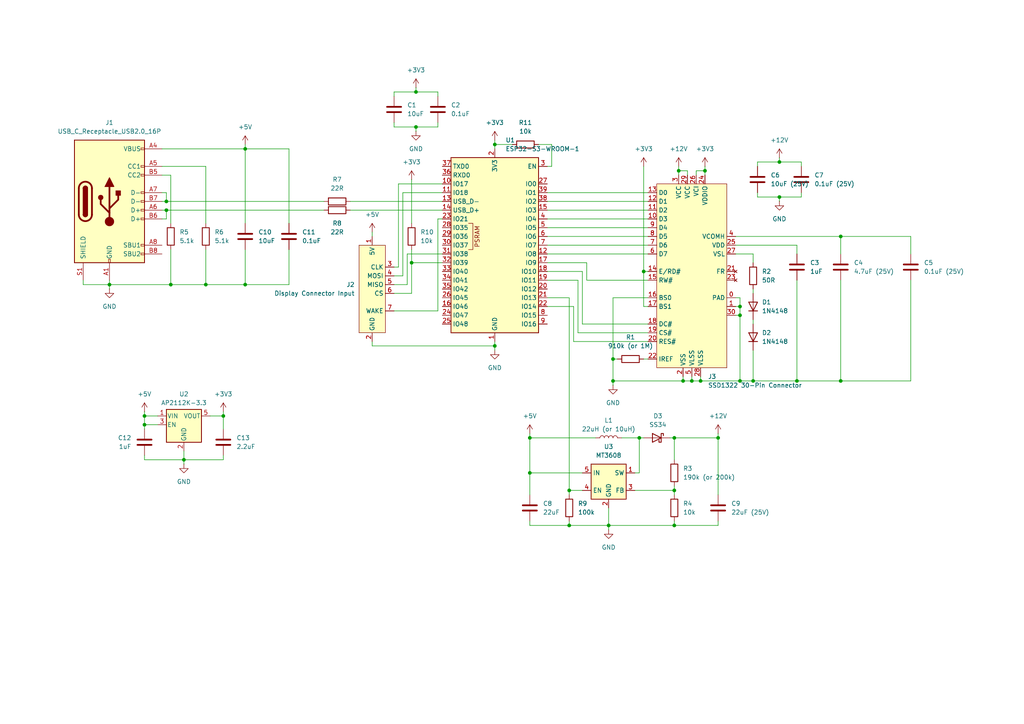
<source format=kicad_sch>
(kicad_sch (version 20250114) (generator "eeschema") (generator_version "9.0")
  (paper "A4")
  (lib_symbols
    (symbol "Connector:USB_C_Receptacle_USB2.0_16P" (pin_names (offset 1.016))
      (property "Reference" "J" (at 0 22.225 0))
      (property "Value" "USB_C_Receptacle_USB2.0_16P" (at 0 19.685 0))
      (symbol "USB_C_Receptacle_USB2.0_16P_0_0"
        (rectangle (start -0.254 -17.78) (end 0.254 -16.764))
        (rectangle (start 10.16 15.494) (end 9.144 14.986))
        (rectangle (start 10.16 10.414) (end 9.144 9.906))
        (rectangle (start 10.16 7.874) (end 9.144 7.366))
        (rectangle (start 10.16 2.794) (end 9.144 2.286))
        (rectangle (start 10.16 0.254) (end 9.144 -0.254))
        (rectangle (start 10.16 -2.286) (end 9.144 -2.794))
        (rectangle (start 10.16 -4.826) (end 9.144 -5.334))
        (rectangle (start 10.16 -12.446) (end 9.144 -12.954))
        (rectangle (start 10.16 -14.986) (end 9.144 -15.494))
      )
      (symbol "USB_C_Receptacle_USB2.0_16P_0_1"
        (rectangle (start -10.16 17.78) (end 10.16 -17.78) (stroke (width 0.254)) (fill (type background)))
        (polyline (pts (xy -8.89 -3.81) (xy -8.89 3.81)) (stroke (width 0.508)))
        (rectangle (start -7.62 -3.81) (end -6.35 3.81) (stroke (width 0.254)) (fill (type outline)))
        (arc (start -7.62 3.81) (mid -6.985 4.4423) (end -6.35 3.81) (stroke (width 0.254)))
        (arc (start -7.62 3.81) (mid -6.985 4.4423) (end -6.35 3.81) (stroke (width 0.254)) (fill (type outline)))
        (arc (start -8.89 3.81) (mid -6.985 5.7067) (end -5.08 3.81) (stroke (width 0.508)))
        (arc (start -5.08 -3.81) (mid -6.985 -5.7067) (end -8.89 -3.81) (stroke (width 0.508)))
        (arc (start -6.35 -3.81) (mid -6.985 -4.4423) (end -7.62 -3.81) (stroke (width 0.254)))
        (arc (start -6.35 -3.81) (mid -6.985 -4.4423) (end -7.62 -3.81) (stroke (width 0.254)) (fill (type outline)))
        (polyline (pts (xy -5.08 3.81) (xy -5.08 -3.81)) (stroke (width 0.508)))
        (circle (center -2.54 1.143) (radius 0.635) (stroke (width 0.254)) (fill (type outline)))
        (polyline (pts (xy -1.27 4.318) (xy 0 6.858) (xy 1.27 4.318) (xy -1.27 4.318)) (stroke (width 0.254)) (fill (type outline)))
        (polyline (pts (xy 0 -2.032) (xy 2.54 0.508) (xy 2.54 1.778)) (stroke (width 0.508)))
        (polyline (pts (xy 0 -3.302) (xy -2.54 -0.762) (xy -2.54 0.508)) (stroke (width 0.508)))
        (polyline (pts (xy 0 -5.842) (xy 0 4.318)) (stroke (width 0.508)))
        (circle (center 0 -5.842) (radius 1.27) (fill (type outline)))
        (rectangle (start 1.905 1.778) (end 3.175 3.048) (stroke (width 0.254)) (fill (type outline)))
      )
      (symbol "USB_C_Receptacle_USB2.0_16P_1_1"
        (pin passive line (at -7.62 -22.86 90) (length 5.08) (name "SHIELD") (number "S1"))
        (pin passive line (at 0 -22.86 90) (length 5.08) (name "GND") (number "A1"))
        (pin passive line (at 0 -22.86 90) (length 5.08) (hide yes) (name "GND") (number "A12"))
        (pin passive line (at 0 -22.86 90) (length 5.08) (hide yes) (name "GND") (number "B1"))
        (pin passive line (at 0 -22.86 90) (length 5.08) (hide yes) (name "GND") (number "B12"))
        (pin passive line (at 15.24 15.24 180) (length 5.08) (name "VBUS") (number "A4"))
        (pin passive line (at 15.24 15.24 180) (length 5.08) (hide yes) (name "VBUS") (number "A9"))
        (pin passive line (at 15.24 15.24 180) (length 5.08) (hide yes) (name "VBUS") (number "B4"))
        (pin passive line (at 15.24 15.24 180) (length 5.08) (hide yes) (name "VBUS") (number "B9"))
        (pin bidirectional line (at 15.24 10.16 180) (length 5.08) (name "CC1") (number "A5"))
        (pin bidirectional line (at 15.24 7.62 180) (length 5.08) (name "CC2") (number "B5"))
        (pin bidirectional line (at 15.24 2.54 180) (length 5.08) (name "D-") (number "A7"))
        (pin bidirectional line (at 15.24 0 180) (length 5.08) (name "D-") (number "B7"))
        (pin bidirectional line (at 15.24 -2.54 180) (length 5.08) (name "D+") (number "A6"))
        (pin bidirectional line (at 15.24 -5.08 180) (length 5.08) (name "D+") (number "B6"))
        (pin bidirectional line (at 15.24 -12.7 180) (length 5.08) (name "SBU1") (number "A8"))
        (pin bidirectional line (at 15.24 -15.24 180) (length 5.08) (name "SBU2") (number "B8"))
      )
    )
    (symbol "Data Connector:Display_Connector_Input"
      (property "Reference" "J" (at 4.318 11.684 0))
      (property "Value" "Display Connector Input" (at 4.318 9.652 0))
      (symbol "Display_Connector_Input_0_0"
        (pin power_out line (at 0 15.24 270) (length 2.54) (name "5V") (number "1"))
        (pin power_out line (at 0 -15.24 90) (length 2.54) (name "GND") (number "2"))
        (pin output line (at 6.35 6.35 180) (length 2.54) (name "CLK") (number "3"))
        (pin output line (at 6.35 3.81 180) (length 2.54) (name "MOSI") (number "4"))
        (pin input line (at 6.35 1.27 180) (length 2.54) (name "MISO") (number "5"))
        (pin output line (at 6.35 -1.27 180) (length 2.54) (name "CS") (number "6"))
        (pin output line (at 6.35 -6.35 180) (length 2.54) (name "WAKE") (number "7"))
      )
      (symbol "Display_Connector_Input_1_1"
        (rectangle (start -3.81 12.7) (end 3.81 -12.7) (fill (type background)))
      )
    )
    (symbol "Device:C" (pin_numbers (hide yes)) (pin_names (offset 0.254))
      (property "Reference" "C" (at 0.635 2.54 0))
      (property "Value" "C" (at 0.635 -2.54 0))
      (symbol "C_0_1"
        (polyline (pts (xy -2.032 0.762) (xy 2.032 0.762)) (stroke (width 0.508)))
        (polyline (pts (xy -2.032 -0.762) (xy 2.032 -0.762)) (stroke (width 0.508)))
      )
      (symbol "C_1_1"
        (pin passive line (at 0 3.81 270) (length 2.794) (name "~") (number "1"))
        (pin passive line (at 0 -3.81 90) (length 2.794) (name "~") (number "2"))
      )
    )
    (symbol "Device:L" (pin_numbers (hide yes)) (pin_names (offset 1.016) (hide yes))
      (property "Reference" "L" (at -1.27 0 90))
      (property "Value" "L" (at 1.905 0 90))
      (symbol "L_0_1"
        (arc (start 0 2.54) (mid 0.6323 1.905) (end 0 1.27))
        (arc (start 0 1.27) (mid 0.6323 0.635) (end 0 0))
        (arc (start 0 0) (mid 0.6323 -0.635) (end 0 -1.27))
        (arc (start 0 -1.27) (mid 0.6323 -1.905) (end 0 -2.54))
      )
      (symbol "L_1_1"
        (pin passive line (at 0 3.81 270) (length 1.27) (name "1") (number "1"))
        (pin passive line (at 0 -3.81 90) (length 1.27) (name "2") (number "2"))
      )
    )
    (symbol "Device:R" (pin_numbers (hide yes)) (pin_names (offset 0))
      (property "Reference" "R" (at 2.032 0 90))
      (property "Value" "R" (at 0 0 90))
      (symbol "R_0_1"
        (rectangle (start -1.016 -2.54) (end 1.016 2.54) (stroke (width 0.254)))
      )
      (symbol "R_1_1"
        (pin passive line (at 0 3.81 270) (length 1.27) (name "~") (number "1"))
        (pin passive line (at 0 -3.81 90) (length 1.27) (name "~") (number "2"))
      )
    )
    (symbol "Diode:1N4148" (pin_numbers (hide yes)) (pin_names (hide yes))
      (property "Reference" "D" (at 0 2.54 0))
      (property "Value" "1N4148" (at 0 -2.54 0))
      (symbol "1N4148_0_1"
        (polyline (pts (xy -1.27 1.27) (xy -1.27 -1.27)) (stroke (width 0.254)))
        (polyline (pts (xy 1.27 1.27) (xy 1.27 -1.27) (xy -1.27 0) (xy 1.27 1.27)) (stroke (width 0.254)))
        (polyline (pts (xy 1.27 0) (xy -1.27 0)))
      )
      (symbol "1N4148_1_1"
        (pin passive line (at -3.81 0 0) (length 2.54) (name "K") (number "1"))
        (pin passive line (at 3.81 0 180) (length 2.54) (name "A") (number "2"))
      )
    )
    (symbol "Diode:SS34" (pin_numbers (hide yes)) (pin_names (offset 1.016) (hide yes))
      (property "Reference" "D" (at 0 2.54 0))
      (property "Value" "SS34" (at 0 -2.54 0))
      (symbol "SS34_0_1"
        (polyline (pts (xy -1.905 0.635) (xy -1.905 1.27) (xy -1.27 1.27) (xy -1.27 -1.27) (xy -0.635 -1.27) (xy -0.635 -0.635)) (stroke (width 0.254)))
        (polyline (pts (xy 1.27 1.27) (xy 1.27 -1.27) (xy -1.27 0) (xy 1.27 1.27)) (stroke (width 0.254)))
        (polyline (pts (xy 1.27 0) (xy -1.27 0)))
      )
      (symbol "SS34_1_1"
        (pin passive line (at -3.81 0 0) (length 2.54) (name "K") (number "1"))
        (pin passive line (at 3.81 0 180) (length 2.54) (name "A") (number "2"))
      )
    )
    (symbol "RF_Module:ESP32-S3-WROOM-1"
      (property "Reference" "U" (at -12.7 26.67 0))
      (property "Value" "ESP32-S3-WROOM-1" (at 12.7 26.67 0))
      (symbol "ESP32-S3-WROOM-1_0_0"
        (rectangle (start -12.7 25.4) (end 12.7 -25.4) (stroke (width 0.254)) (fill (type background)))
        (text "PSRAM" (at 5.08 2.54 900) (effects (font (size 1.27 1.27))))
      )
      (symbol "ESP32-S3-WROOM-1_0_1"
        (polyline (pts (xy 7.62 -1.27) (xy 6.35 -1.27) (xy 6.35 6.35) (xy 7.62 6.35)))
      )
      (symbol "ESP32-S3-WROOM-1_1_1"
        (pin input line (at -15.24 22.86 0) (length 2.54) (name "EN") (number "3"))
        (pin bidirectional line (at -15.24 17.78 0) (length 2.54) (name "IO0") (number "27"))
        (pin bidirectional line (at -15.24 15.24 0) (length 2.54) (name "IO1") (number "39"))
        (pin bidirectional line (at -15.24 12.7 0) (length 2.54) (name "IO2") (number "38"))
        (pin bidirectional line (at -15.24 10.16 0) (length 2.54) (name "IO3") (number "15"))
        (pin bidirectional line (at -15.24 7.62 0) (length 2.54) (name "IO4") (number "4"))
        (pin bidirectional line (at -15.24 5.08 0) (length 2.54) (name "IO5") (number "5"))
        (pin bidirectional line (at -15.24 2.54 0) (length 2.54) (name "IO6") (number "6"))
        (pin bidirectional line (at -15.24 0 0) (length 2.54) (name "IO7") (number "7"))
        (pin bidirectional line (at -15.24 -2.54 0) (length 2.54) (name "IO8") (number "12"))
        (pin bidirectional line (at -15.24 -5.08 0) (length 2.54) (name "IO9") (number "17"))
        (pin bidirectional line (at -15.24 -7.62 0) (length 2.54) (name "IO10") (number "18"))
        (pin bidirectional line (at -15.24 -10.16 0) (length 2.54) (name "IO11") (number "19"))
        (pin bidirectional line (at -15.24 -12.7 0) (length 2.54) (name "IO12") (number "20"))
        (pin bidirectional line (at -15.24 -15.24 0) (length 2.54) (name "IO13") (number "21"))
        (pin bidirectional line (at -15.24 -17.78 0) (length 2.54) (name "IO14") (number "22"))
        (pin bidirectional line (at -15.24 -20.32 0) (length 2.54) (name "IO15") (number "8"))
        (pin bidirectional line (at -15.24 -22.86 0) (length 2.54) (name "IO16") (number "9"))
        (pin power_in line (at 0 27.94 270) (length 2.54) (name "3V3") (number "2"))
        (pin power_in line (at 0 -27.94 90) (length 2.54) (name "GND") (number "1"))
        (pin passive line (at 0 -27.94 90) (length 2.54) (hide yes) (name "GND") (number "40"))
        (pin passive line (at 0 -27.94 90) (length 2.54) (hide yes) (name "GND") (number "41"))
        (pin bidirectional line (at 15.24 22.86 180) (length 2.54) (name "TXD0") (number "37"))
        (pin bidirectional line (at 15.24 20.32 180) (length 2.54) (name "RXD0") (number "36"))
        (pin bidirectional line (at 15.24 17.78 180) (length 2.54) (name "IO17") (number "10"))
        (pin bidirectional line (at 15.24 15.24 180) (length 2.54) (name "IO18") (number "11"))
        (pin bidirectional line (at 15.24 12.7 180) (length 2.54) (name "USB_D-") (number "13"))
        (pin bidirectional line (at 15.24 10.16 180) (length 2.54) (name "USB_D+") (number "14"))
        (pin bidirectional line (at 15.24 7.62 180) (length 2.54) (name "IO21") (number "23"))
        (pin bidirectional line (at 15.24 5.08 180) (length 2.54) (name "IO35") (number "28"))
        (pin bidirectional line (at 15.24 2.54 180) (length 2.54) (name "IO36") (number "29"))
        (pin bidirectional line (at 15.24 0 180) (length 2.54) (name "IO37") (number "30"))
        (pin bidirectional line (at 15.24 -2.54 180) (length 2.54) (name "IO38") (number "31"))
        (pin bidirectional line (at 15.24 -5.08 180) (length 2.54) (name "IO39") (number "32"))
        (pin bidirectional line (at 15.24 -7.62 180) (length 2.54) (name "IO40") (number "33"))
        (pin bidirectional line (at 15.24 -10.16 180) (length 2.54) (name "IO41") (number "34"))
        (pin bidirectional line (at 15.24 -12.7 180) (length 2.54) (name "IO42") (number "35"))
        (pin bidirectional line (at 15.24 -15.24 180) (length 2.54) (name "IO45") (number "26"))
        (pin bidirectional line (at 15.24 -17.78 180) (length 2.54) (name "IO46") (number "16"))
        (pin bidirectional line (at 15.24 -20.32 180) (length 2.54) (name "IO47") (number "24"))
        (pin bidirectional line (at 15.24 -22.86 180) (length 2.54) (name "IO48") (number "25"))
      )
    )
    (symbol "Regulator_Linear:AP2112K-3.3" (pin_names (offset 0.254))
      (property "Reference" "U" (at -5.08 5.715 0))
      (property "Value" "AP2112K-3.3" (at 0 5.715 0))
      (symbol "AP2112K-3.3_0_1"
        (rectangle (start -5.08 4.445) (end 5.08 -5.08) (stroke (width 0.254)) (fill (type background)))
      )
      (symbol "AP2112K-3.3_1_1"
        (pin power_in line (at -7.62 2.54 0) (length 2.54) (name "VIN") (number "1"))
        (pin input line (at -7.62 0 0) (length 2.54) (name "EN") (number "3"))
        (pin power_in line (at 0 -7.62 90) (length 2.54) (name "GND") (number "2"))
        (pin no_connect line (at 5.08 0 180) (length 2.54) (hide yes) (name "NC") (number "4"))
        (pin power_out line (at 7.62 2.54 180) (length 2.54) (name "VOUT") (number "5"))
      )
    )
    (symbol "Regulator_Switching:MT3608"
      (property "Reference" "U" (at -2.54 8.89 0))
      (property "Value" "MT3608" (at -3.81 6.35 0))
      (symbol "MT3608_0_1"
        (rectangle (start -5.08 5.08) (end 5.08 -5.08) (stroke (width 0.254)) (fill (type background)))
      )
      (symbol "MT3608_1_1"
        (pin power_in line (at -7.62 2.54 0) (length 2.54) (name "IN") (number "5"))
        (pin input line (at -7.62 -2.54 0) (length 2.54) (name "EN") (number "4"))
        (pin power_in line (at 0 -7.62 90) (length 2.54) (name "GND") (number "2"))
        (pin no_connect line (at 5.08 0 180) (length 2.54) (hide yes) (name "NC") (number "6"))
        (pin passive line (at 7.62 2.54 180) (length 2.54) (name "SW") (number "1"))
        (pin input line (at 7.62 -2.54 180) (length 2.54) (name "FB") (number "3"))
      )
    )
    (symbol "SSD1322:SSD1322_30-Pin_Connector"
      (property "Reference" "J" (at 10.922 25.146 0))
      (property "Value" "SSD1322 30-Pin Connector" (at 10.922 22.86 0))
      (symbol "SSD1322_30-Pin_Connector_0_0"
        (pin bidirectional line (at -12.7 24.13 0) (length 2.54) (name "D0") (number "13"))
        (pin bidirectional line (at -12.7 21.59 0) (length 2.54) (name "D1") (number "12"))
        (pin bidirectional line (at -12.7 19.05 0) (length 2.54) (name "D2") (number "11"))
        (pin bidirectional line (at -12.7 16.51 0) (length 2.54) (name "D3") (number "10"))
        (pin bidirectional line (at -12.7 13.97 0) (length 2.54) (name "D4") (number "9"))
        (pin bidirectional line (at -12.7 11.43 0) (length 2.54) (name "D5") (number "8"))
        (pin bidirectional line (at -12.7 8.89 0) (length 2.54) (name "D6") (number "7"))
        (pin bidirectional line (at -12.7 6.35 0) (length 2.54) (name "D7") (number "6"))
        (pin input line (at -12.7 1.27 0) (length 2.54) (name "E/RD#") (number "14"))
        (pin input line (at -12.7 -1.27 0) (length 2.54) (name "RW#") (number "15"))
        (pin input line (at -12.7 -6.35 0) (length 2.54) (name "BS0") (number "16"))
        (pin input line (at -12.7 -8.89 0) (length 2.54) (name "BS1") (number "17"))
        (pin input line (at -12.7 -13.97 0) (length 2.54) (name "DC#") (number "18"))
        (pin input line (at -12.7 -16.51 0) (length 2.54) (name "CS#") (number "19"))
        (pin input line (at -12.7 -19.05 0) (length 2.54) (name "RES#") (number "20"))
        (pin input line (at -12.7 -24.13 0) (length 2.54) (name "IREF") (number "22"))
        (pin power_in line (at -3.81 29.21 270) (length 2.54) (name "VCC") (number "3"))
        (pin power_in line (at -2.54 -29.21 90) (length 2.54) (name "VSS") (number "2"))
        (pin power_in line (at -1.27 29.21 270) (length 2.54) (name "VCC") (number "29"))
        (pin power_in line (at 0 -29.21 90) (length 2.54) (name "VLSS") (number "5"))
        (pin power_in line (at 1.27 29.21 270) (length 2.54) (name "VCI") (number "26"))
        (pin power_in line (at 2.54 -29.21 90) (length 2.54) (name "VLSS") (number "28"))
        (pin power_in line (at 3.81 29.21 270) (length 2.54) (name "VDDIO") (number "24"))
        (pin power_out line (at 12.7 11.43 180) (length 2.54) (name "VCOMH") (number "4"))
        (pin power_out line (at 12.7 8.89 180) (length 2.54) (name "VDD") (number "25"))
        (pin power_out line (at 12.7 6.35 180) (length 2.54) (name "VSL") (number "27"))
        (pin no_connect line (at 12.7 -1.27 180) (length 2.54) (name "") (number "23"))
      )
      (symbol "SSD1322_30-Pin_Connector_1_0"
        (pin no_connect line (at 12.7 1.27 180) (length 2.54) (name "FR") (number "21"))
        (pin passive line (at 12.7 -6.35 180) (length 2.54) (name "PAD") (number "0"))
        (pin passive line (at 12.7 -8.89 180) (length 2.54) (name "") (number "1"))
        (pin passive line (at 12.7 -11.43 180) (length 2.54) (name "") (number "30"))
      )
      (symbol "SSD1322_30-Pin_Connector_1_1"
        (rectangle (start -10.16 26.67) (end 10.16 -26.67) (fill (type background)))
      )
    )
    (symbol "power:+12V" (power) (pin_numbers (hide yes)) (pin_names (offset 0) (hide yes))
      (property "Value" "+12V" (at 0 3.556 0))
      (symbol "+12V_0_1"
        (polyline (pts (xy -0.762 1.27) (xy 0 2.54)))
        (polyline (pts (xy 0 2.54) (xy 0.762 1.27)))
        (polyline (pts (xy 0 0) (xy 0 2.54)))
      )
      (symbol "+12V_1_1"
        (pin power_in line (at 0 0 90) (length 0) (name "~") (number "1"))
      )
    )
    (symbol "power:+3V3" (power) (pin_numbers (hide yes)) (pin_names (offset 0) (hide yes))
      (property "Value" "+3V3" (at 0 3.556 0))
      (symbol "+3V3_0_1"
        (polyline (pts (xy -0.762 1.27) (xy 0 2.54)))
        (polyline (pts (xy 0 2.54) (xy 0.762 1.27)))
        (polyline (pts (xy 0 0) (xy 0 2.54)))
      )
      (symbol "+3V3_1_1"
        (pin power_in line (at 0 0 90) (length 0) (name "~") (number "1"))
      )
    )
    (symbol "power:+5V" (power) (pin_numbers (hide yes)) (pin_names (offset 0) (hide yes))
      (property "Value" "+5V" (at 0 3.556 0))
      (symbol "+5V_0_1"
        (polyline (pts (xy -0.762 1.27) (xy 0 2.54)))
        (polyline (pts (xy 0 2.54) (xy 0.762 1.27)))
        (polyline (pts (xy 0 0) (xy 0 2.54)))
      )
      (symbol "+5V_1_1"
        (pin power_in line (at 0 0 90) (length 0) (name "~") (number "1"))
      )
    )
    (symbol "power:GND" (power) (pin_numbers (hide yes)) (pin_names (offset 0) (hide yes))
      (property "Value" "GND" (at 0 -3.81 0))
      (symbol "GND_0_1"
        (polyline (pts (xy 0 0) (xy 0 -1.27) (xy 1.27 -1.27) (xy 0 -2.54) (xy -1.27 -1.27) (xy 0 -1.27)))
      )
      (symbol "GND_1_1"
        (pin power_in line (at 0 0 270) (length 0) (name "~") (number "1"))
      )
    )
  )
  (junction (at 153.67 137.16))
  (junction (at 203.2 110.49))
  (junction (at 53.34 133.35))
  (junction (at 195.58 127))
  (junction (at 165.1 152.4))
  (junction (at 177.8 104.14))
  (junction (at 196.85 49.53))
  (junction (at 64.77 120.65))
  (junction (at 71.12 43.18))
  (junction (at 200.66 110.49))
  (junction (at 59.69 82.55))
  (junction (at 41.91 120.65))
  (junction (at 143.51 100.33))
  (junction (at 153.67 127))
  (junction (at 143.51 41.91))
  (junction (at 120.65 26.67))
  (junction (at 176.53 152.4))
  (junction (at 165.1 142.24))
  (junction (at 231.14 110.49))
  (junction (at 48.26 58.42))
  (junction (at 214.63 88.9))
  (junction (at 208.28 127))
  (junction (at 48.26 60.96))
  (junction (at 71.12 82.55))
  (junction (at 214.63 110.49))
  (junction (at 119.38 76.2))
  (junction (at 120.65 36.83))
  (junction (at 186.69 78.74))
  (junction (at 214.63 91.44))
  (junction (at 226.06 46.99))
  (junction (at 195.58 142.24))
  (junction (at 177.8 110.49))
  (junction (at 218.44 110.49))
  (junction (at 41.91 123.19))
  (junction (at 31.75 82.55))
  (junction (at 204.47 49.53))
  (junction (at 49.53 82.55))
  (junction (at 243.84 110.49))
  (junction (at 198.12 110.49))
  (junction (at 195.58 152.4))
  (junction (at 243.84 68.58))
  (junction (at 226.06 57.15))
  (junction (at 185.42 127))
  (wire (pts (xy 177.8 104.14) (xy 177.8 110.49)))
  (wire (pts (xy 158.75 73.66) (xy 187.96 73.66)))
  (wire (pts (xy 153.67 152.4) (xy 165.1 152.4)))
  (wire (pts (xy 180.34 127) (xy 185.42 127)))
  (wire (pts (xy 114.3 80.01) (xy 116.84 80.01)))
  (wire (pts (xy 120.65 38.1) (xy 120.65 36.83)))
  (wire (pts (xy 177.8 104.14) (xy 179.07 104.14)))
  (wire (pts (xy 107.95 100.33) (xy 143.51 100.33)))
  (wire (pts (xy 119.38 76.2) (xy 128.27 76.2)))
  (wire (pts (xy 184.15 142.24) (xy 195.58 142.24)))
  (wire (pts (xy 116.84 55.88) (xy 128.27 55.88)))
  (wire (pts (xy 48.26 60.96) (xy 93.98 60.96)))
  (wire (pts (xy 177.8 86.36) (xy 187.96 86.36)))
  (wire (pts (xy 170.18 76.2) (xy 170.18 81.28)))
  (wire (pts (xy 199.39 50.8) (xy 199.39 49.53)))
  (wire (pts (xy 64.77 120.65) (xy 64.77 124.46)))
  (wire (pts (xy 172.72 127) (xy 153.67 127)))
  (wire (pts (xy 264.16 68.58) (xy 243.84 68.58)))
  (wire (pts (xy 167.64 96.52) (xy 167.64 81.28)))
  (wire (pts (xy 24.13 82.55) (xy 31.75 82.55)))
  (wire (pts (xy 218.44 85.09) (xy 218.44 83.82)))
  (wire (pts (xy 107.95 67.31) (xy 107.95 68.58)))
  (wire (pts (xy 48.26 58.42) (xy 93.98 58.42)))
  (wire (pts (xy 83.82 82.55) (xy 71.12 82.55)))
  (wire (pts (xy 232.41 57.15) (xy 232.41 55.88)))
  (wire (pts (xy 208.28 143.51) (xy 208.28 127)))
  (wire (pts (xy 199.39 49.53) (xy 196.85 49.53)))
  (wire (pts (xy 143.51 41.91) (xy 148.59 41.91)))
  (wire (pts (xy 101.6 60.96) (xy 128.27 60.96)))
  (wire (pts (xy 208.28 125.73) (xy 208.28 127)))
  (wire (pts (xy 24.13 81.28) (xy 24.13 82.55)))
  (wire (pts (xy 195.58 127) (xy 208.28 127)))
  (wire (pts (xy 115.57 77.47) (xy 114.3 77.47)))
  (wire (pts (xy 218.44 73.66) (xy 218.44 76.2)))
  (wire (pts (xy 231.14 110.49) (xy 243.84 110.49)))
  (wire (pts (xy 46.99 63.5) (xy 48.26 63.5)))
  (wire (pts (xy 127 36.83) (xy 127 35.56)))
  (wire (pts (xy 64.77 120.65) (xy 64.77 119.38)))
  (wire (pts (xy 71.12 41.91) (xy 71.12 43.18)))
  (wire (pts (xy 101.6 58.42) (xy 128.27 58.42)))
  (wire (pts (xy 218.44 110.49) (xy 231.14 110.49)))
  (wire (pts (xy 114.3 36.83) (xy 120.65 36.83)))
  (wire (pts (xy 176.53 153.67) (xy 176.53 152.4)))
  (wire (pts (xy 83.82 43.18) (xy 71.12 43.18)))
  (wire (pts (xy 203.2 110.49) (xy 214.63 110.49)))
  (wire (pts (xy 170.18 81.28) (xy 187.96 81.28)))
  (wire (pts (xy 264.16 81.28) (xy 264.16 110.49)))
  (wire (pts (xy 186.69 104.14) (xy 187.96 104.14)))
  (wire (pts (xy 196.85 49.53) (xy 196.85 50.8)))
  (wire (pts (xy 127 63.5) (xy 127 90.17)))
  (wire (pts (xy 53.34 134.62) (xy 53.34 133.35)))
  (wire (pts (xy 41.91 119.38) (xy 41.91 120.65)))
  (wire (pts (xy 160.02 41.91) (xy 156.21 41.91)))
  (wire (pts (xy 153.67 127) (xy 153.67 137.16)))
  (wire (pts (xy 107.95 99.06) (xy 107.95 100.33)))
  (wire (pts (xy 177.8 110.49) (xy 198.12 110.49)))
  (wire (pts (xy 143.51 40.64) (xy 143.51 41.91)))
  (wire (pts (xy 119.38 85.09) (xy 119.38 76.2)))
  (wire (pts (xy 243.84 110.49) (xy 264.16 110.49)))
  (wire (pts (xy 49.53 82.55) (xy 59.69 82.55)))
  (wire (pts (xy 201.93 49.53) (xy 201.93 50.8)))
  (wire (pts (xy 115.57 53.34) (xy 128.27 53.34)))
  (wire (pts (xy 219.71 57.15) (xy 226.06 57.15)))
  (wire (pts (xy 48.26 58.42) (xy 46.99 58.42)))
  (wire (pts (xy 187.96 96.52) (xy 167.64 96.52)))
  (wire (pts (xy 46.99 43.18) (xy 71.12 43.18)))
  (wire (pts (xy 186.69 48.26) (xy 186.69 78.74)))
  (wire (pts (xy 204.47 49.53) (xy 204.47 50.8)))
  (wire (pts (xy 165.1 151.13) (xy 165.1 152.4)))
  (wire (pts (xy 158.75 68.58) (xy 187.96 68.58)))
  (wire (pts (xy 158.75 60.96) (xy 187.96 60.96)))
  (wire (pts (xy 195.58 142.24) (xy 195.58 143.51)))
  (wire (pts (xy 119.38 72.39) (xy 119.38 76.2)))
  (wire (pts (xy 201.93 49.53) (xy 204.47 49.53)))
  (wire (pts (xy 143.51 100.33) (xy 143.51 101.6)))
  (wire (pts (xy 49.53 50.8) (xy 49.53 64.77)))
  (wire (pts (xy 213.36 73.66) (xy 218.44 73.66)))
  (wire (pts (xy 194.31 127) (xy 195.58 127)))
  (wire (pts (xy 213.36 86.36) (xy 214.63 86.36)))
  (wire (pts (xy 120.65 36.83) (xy 127 36.83)))
  (wire (pts (xy 168.91 137.16) (xy 153.67 137.16)))
  (wire (pts (xy 71.12 64.77) (xy 71.12 43.18)))
  (wire (pts (xy 31.75 81.28) (xy 31.75 82.55)))
  (wire (pts (xy 165.1 142.24) (xy 165.1 143.51)))
  (wire (pts (xy 41.91 123.19) (xy 41.91 120.65)))
  (wire (pts (xy 41.91 123.19) (xy 41.91 124.46)))
  (wire (pts (xy 120.65 26.67) (xy 114.3 26.67)))
  (wire (pts (xy 158.75 71.12) (xy 187.96 71.12)))
  (wire (pts (xy 243.84 81.28) (xy 243.84 110.49)))
  (wire (pts (xy 214.63 110.49) (xy 218.44 110.49)))
  (wire (pts (xy 167.64 81.28) (xy 158.75 81.28)))
  (wire (pts (xy 186.69 78.74) (xy 187.96 78.74)))
  (wire (pts (xy 185.42 127) (xy 185.42 137.16)))
  (wire (pts (xy 213.36 68.58) (xy 243.84 68.58)))
  (wire (pts (xy 127 90.17) (xy 114.3 90.17)))
  (wire (pts (xy 119.38 64.77) (xy 119.38 52.07)))
  (wire (pts (xy 120.65 26.67) (xy 120.65 25.4)))
  (wire (pts (xy 219.71 46.99) (xy 226.06 46.99)))
  (wire (pts (xy 64.77 133.35) (xy 53.34 133.35)))
  (wire (pts (xy 213.36 88.9) (xy 214.63 88.9)))
  (wire (pts (xy 219.71 57.15) (xy 219.71 55.88)))
  (wire (pts (xy 219.71 46.99) (xy 219.71 48.26)))
  (wire (pts (xy 83.82 64.77) (xy 83.82 43.18)))
  (wire (pts (xy 59.69 72.39) (xy 59.69 82.55)))
  (wire (pts (xy 195.58 151.13) (xy 195.58 152.4)))
  (wire (pts (xy 195.58 127) (xy 195.58 133.35)))
  (wire (pts (xy 49.53 72.39) (xy 49.53 82.55)))
  (wire (pts (xy 177.8 104.14) (xy 177.8 86.36)))
  (wire (pts (xy 165.1 86.36) (xy 165.1 142.24)))
  (wire (pts (xy 226.06 46.99) (xy 232.41 46.99)))
  (wire (pts (xy 41.91 133.35) (xy 53.34 133.35)))
  (wire (pts (xy 184.15 137.16) (xy 185.42 137.16)))
  (wire (pts (xy 243.84 68.58) (xy 243.84 73.66)))
  (wire (pts (xy 208.28 152.4) (xy 195.58 152.4)))
  (wire (pts (xy 231.14 71.12) (xy 231.14 73.66)))
  (wire (pts (xy 158.75 55.88) (xy 187.96 55.88)))
  (wire (pts (xy 128.27 73.66) (xy 118.11 73.66)))
  (wire (pts (xy 31.75 82.55) (xy 49.53 82.55)))
  (wire (pts (xy 41.91 132.08) (xy 41.91 133.35)))
  (wire (pts (xy 64.77 132.08) (xy 64.77 133.35)))
  (wire (pts (xy 176.53 152.4) (xy 176.53 147.32)))
  (wire (pts (xy 214.63 86.36) (xy 214.63 88.9)))
  (wire (pts (xy 41.91 123.19) (xy 45.72 123.19)))
  (wire (pts (xy 198.12 109.22) (xy 198.12 110.49)))
  (wire (pts (xy 264.16 73.66) (xy 264.16 68.58)))
  (wire (pts (xy 213.36 91.44) (xy 214.63 91.44)))
  (wire (pts (xy 160.02 48.26) (xy 160.02 41.91)))
  (wire (pts (xy 59.69 48.26) (xy 59.69 64.77)))
  (wire (pts (xy 214.63 88.9) (xy 214.63 91.44)))
  (wire (pts (xy 143.51 99.06) (xy 143.51 100.33)))
  (wire (pts (xy 114.3 85.09) (xy 119.38 85.09)))
  (wire (pts (xy 127 26.67) (xy 127 27.94)))
  (wire (pts (xy 218.44 93.98) (xy 218.44 92.71)))
  (wire (pts (xy 128.27 63.5) (xy 127 63.5)))
  (wire (pts (xy 226.06 58.42) (xy 226.06 57.15)))
  (wire (pts (xy 48.26 63.5) (xy 48.26 60.96)))
  (wire (pts (xy 186.69 78.74) (xy 186.69 88.9)))
  (wire (pts (xy 232.41 46.99) (xy 232.41 48.26)))
  (wire (pts (xy 218.44 101.6) (xy 218.44 110.49)))
  (wire (pts (xy 41.91 120.65) (xy 45.72 120.65)))
  (wire (pts (xy 158.75 58.42) (xy 187.96 58.42)))
  (wire (pts (xy 118.11 73.66) (xy 118.11 82.55)))
  (wire (pts (xy 177.8 111.76) (xy 177.8 110.49)))
  (wire (pts (xy 168.91 78.74) (xy 158.75 78.74)))
  (wire (pts (xy 226.06 57.15) (xy 232.41 57.15)))
  (wire (pts (xy 71.12 82.55) (xy 59.69 82.55)))
  (wire (pts (xy 158.75 63.5) (xy 187.96 63.5)))
  (wire (pts (xy 46.99 60.96) (xy 48.26 60.96)))
  (wire (pts (xy 203.2 109.22) (xy 203.2 110.49)))
  (wire (pts (xy 158.75 66.04) (xy 187.96 66.04)))
  (wire (pts (xy 231.14 81.28) (xy 231.14 110.49)))
  (wire (pts (xy 187.96 93.98) (xy 168.91 93.98)))
  (wire (pts (xy 158.75 76.2) (xy 170.18 76.2)))
  (wire (pts (xy 158.75 88.9) (xy 166.37 88.9)))
  (wire (pts (xy 49.53 50.8) (xy 46.99 50.8)))
  (wire (pts (xy 48.26 55.88) (xy 48.26 58.42)))
  (wire (pts (xy 198.12 110.49) (xy 200.66 110.49)))
  (wire (pts (xy 153.67 151.13) (xy 153.67 152.4)))
  (wire (pts (xy 214.63 91.44) (xy 214.63 110.49)))
  (wire (pts (xy 53.34 133.35) (xy 53.34 130.81)))
  (wire (pts (xy 118.11 82.55) (xy 114.3 82.55)))
  (wire (pts (xy 213.36 71.12) (xy 231.14 71.12)))
  (wire (pts (xy 195.58 140.97) (xy 195.58 142.24)))
  (wire (pts (xy 153.67 125.73) (xy 153.67 127)))
  (wire (pts (xy 153.67 137.16) (xy 153.67 143.51)))
  (wire (pts (xy 46.99 55.88) (xy 48.26 55.88)))
  (wire (pts (xy 115.57 77.47) (xy 115.57 53.34)))
  (wire (pts (xy 196.85 48.26) (xy 196.85 49.53)))
  (wire (pts (xy 71.12 72.39) (xy 71.12 82.55)))
  (wire (pts (xy 114.3 35.56) (xy 114.3 36.83)))
  (wire (pts (xy 165.1 152.4) (xy 176.53 152.4)))
  (wire (pts (xy 185.42 127) (xy 186.69 127)))
  (wire (pts (xy 200.66 110.49) (xy 203.2 110.49)))
  (wire (pts (xy 114.3 26.67) (xy 114.3 27.94)))
  (wire (pts (xy 195.58 152.4) (xy 176.53 152.4)))
  (wire (pts (xy 208.28 151.13) (xy 208.28 152.4)))
  (wire (pts (xy 166.37 99.06) (xy 166.37 88.9)))
  (wire (pts (xy 60.96 120.65) (xy 64.77 120.65)))
  (wire (pts (xy 168.91 93.98) (xy 168.91 78.74)))
  (wire (pts (xy 200.66 109.22) (xy 200.66 110.49)))
  (wire (pts (xy 120.65 26.67) (xy 127 26.67)))
  (wire (pts (xy 165.1 142.24) (xy 168.91 142.24)))
  (wire (pts (xy 226.06 45.72) (xy 226.06 46.99)))
  (wire (pts (xy 143.51 41.91) (xy 143.51 43.18)))
  (wire (pts (xy 158.75 48.26) (xy 160.02 48.26)))
  (wire (pts (xy 204.47 48.26) (xy 204.47 49.53)))
  (wire (pts (xy 46.99 48.26) (xy 59.69 48.26)))
  (wire (pts (xy 83.82 72.39) (xy 83.82 82.55)))
  (wire (pts (xy 31.75 82.55) (xy 31.75 83.82)))
  (wire (pts (xy 186.69 88.9) (xy 187.96 88.9)))
  (wire (pts (xy 116.84 80.01) (xy 116.84 55.88)))
  (wire (pts (xy 158.75 86.36) (xy 165.1 86.36)))
  (wire (pts (xy 187.96 99.06) (xy 166.37 99.06)))
  (symbol (lib_id "power:+5V") (at 71.12 41.91 0) (unit 1)
    (property "Reference" "#PWR013" (effects (hide yes)))
    (property "Value" "+5V" (at 71.12 36.83 0))
    (property "Description" "Power symbol creates a global label with name \"+5V\"" (effects (hide yes)))
  )
  (symbol (lib_id "Device:R") (at 97.79 60.96 90) (unit 1)
    (property "Reference" "R8" (at 97.79 64.77 90))
    (property "Value" "22R" (at 97.79 67.31 90))
    (property "Footprint" "Resistor_SMD:R_0603_1608Metric" (effects (hide yes)))
    (property "Description" "Resistor" (effects (hide yes)))
  )
  (symbol (lib_id "SSD1322:SSD1322_30-Pin_Connector") (at 200.66 80.01 0) (unit 1)
    (property "Reference" "J3" (at 205.3433 109.22 0) (effects (justify left)))
    (property "Value" "SSD1322 30-Pin Connector" (at 205.3433 111.76 0) (effects (justify left)))
    (property "Footprint" "SSD1322:ssd1322" (effects (hide yes)))
  )
  (symbol (lib_id "Device:R") (at 59.69 68.58 0) (unit 1)
    (property "Reference" "R6" (at 62.23 67.3099 0) (effects (justify left)))
    (property "Value" "5.1k" (at 62.23 69.8499 0) (effects (justify left)))
    (property "Footprint" "Resistor_SMD:R_0603_1608Metric" (effects (hide yes)))
    (property "Description" "Resistor" (effects (hide yes)))
  )
  (symbol (lib_id "Diode:1N4148") (at 218.44 97.79 90) (unit 1)
    (property "Reference" "D2" (at 220.98 96.5199 90) (effects (justify right)))
    (property "Value" "1N4148" (at 220.98 99.0599 90) (effects (justify right)))
    (property "Footprint" "Diode_SMD:D_SOD-123" (effects (hide yes)))
    (property "Datasheet" "https://assets.nexperia.com/documents/data-sheet/1N4148_1N4448.pdf" (effects (hide yes)))
    (property "Description" "100V 0.15A standard switching diode, DO-35" (effects (hide yes)))
    (property "Sim.Device" "D" (effects (hide yes)))
    (property "Sim.Pins" "1=K 2=A" (effects (hide yes)))
  )
  (symbol (lib_id "Device:C") (at 64.77 128.27 0) (unit 1)
    (property "Reference" "C13" (at 68.58 126.9999 0) (effects (justify left)))
    (property "Value" "2.2uF" (at 68.58 129.5399 0) (effects (justify left)))
    (property "Footprint" "Capacitor_SMD:C_0603_1608Metric" (effects (hide yes)))
    (property "Description" "Unpolarized capacitor" (effects (hide yes)))
  )
  (symbol (lib_id "Regulator_Linear:AP2112K-3.3") (at 53.34 123.19 0) (unit 1)
    (property "Reference" "U2" (at 53.34 114.3 0))
    (property "Value" "AP2112K-3.3" (at 53.34 116.84 0))
    (property "Footprint" "Package_TO_SOT_SMD:SOT-23-5" (effects (hide yes)))
    (property "Datasheet" "https://www.diodes.com/assets/Datasheets/AP2112.pdf" (effects (hide yes)))
    (property "Description" "600mA low dropout linear regulator, with enable pin, 3.8V-6V input voltage range, 3.3V fixed positive output, SOT-23-5" (effects (hide yes)))
  )
  (symbol (lib_id "power:+5V") (at 41.91 119.38 0) (unit 1)
    (property "Reference" "#PWR017" (effects (hide yes)))
    (property "Value" "+5V" (at 41.91 114.3 0))
    (property "Description" "Power symbol creates a global label with name \"+5V\"" (effects (hide yes)))
  )
  (symbol (lib_id "power:+12V") (at 196.85 48.26 0) (unit 1)
    (property "Reference" "#PWR03" (effects (hide yes)))
    (property "Value" "+12V" (at 196.85 43.18 0))
    (property "Description" "Power symbol creates a global label with name \"+12V\"" (effects (hide yes)))
  )
  (symbol (lib_id "power:GND") (at 226.06 58.42 0) (unit 1)
    (property "Reference" "#PWR015" (effects (hide yes)))
    (property "Value" "GND" (at 226.06 63.5 0))
    (property "Description" "Power symbol creates a global label with name \"GND\" , ground" (effects (hide yes)))
  )
  (symbol (lib_id "power:+3V3") (at 119.38 52.07 0) (unit 1)
    (property "Reference" "#PWR019" (effects (hide yes)))
    (property "Value" "+3V3" (at 119.38 46.99 0))
    (property "Description" "Power symbol creates a global label with name \"+3V3\"" (effects (hide yes)))
  )
  (symbol (lib_id "Device:C") (at 83.82 68.58 0) (unit 1)
    (property "Reference" "C11" (at 87.63 67.3099 0) (effects (justify left)))
    (property "Value" "0.1uF" (at 87.63 69.8499 0) (effects (justify left)))
    (property "Footprint" "Capacitor_SMD:C_0603_1608Metric" (effects (hide yes)))
    (property "Description" "Unpolarized capacitor" (effects (hide yes)))
  )
  (symbol (lib_id "Device:C") (at 127 31.75 0) (unit 1)
    (property "Reference" "C2" (at 130.81 30.4799 0) (effects (justify left)))
    (property "Value" "0.1uF" (at 130.81 33.0199 0) (effects (justify left)))
    (property "Footprint" "Capacitor_SMD:C_0603_1608Metric" (effects (hide yes)))
    (property "Description" "Unpolarized capacitor" (effects (hide yes)))
  )
  (symbol (lib_id "Device:R") (at 97.79 58.42 90) (unit 1)
    (property "Reference" "R7" (at 97.79 52.07 90))
    (property "Value" "22R" (at 97.79 54.61 90))
    (property "Footprint" "Resistor_SMD:R_0603_1608Metric" (effects (hide yes)))
    (property "Description" "Resistor" (effects (hide yes)))
  )
  (symbol (lib_id "power:+5V") (at 107.95 67.31 0) (unit 1)
    (property "Reference" "#PWR020" (effects (hide yes)))
    (property "Value" "+5V" (at 107.95 62.23 0))
    (property "Description" "Power symbol creates a global label with name \"+5V\"" (effects (hide yes)))
  )
  (symbol (lib_id "Device:R") (at 119.38 68.58 0) (unit 1)
    (property "Reference" "R10" (at 121.92 67.3099 0) (effects (justify left)))
    (property "Value" "10k" (at 121.92 69.8499 0) (effects (justify left)))
    (property "Footprint" "Resistor_SMD:R_0603_1608Metric" (effects (hide yes)))
    (property "Description" "Resistor" (effects (hide yes)))
  )
  (symbol (lib_id "Data Connector:Display_Connector_Input") (at 107.95 83.82 0) (unit 1)
    (property "Reference" "J2" (at 102.87 82.5499 0) (effects (justify right)))
    (property "Value" "Display Connector Input" (at 102.87 85.0899 0) (effects (justify right)))
    (property "Footprint" "Connector_PinHeader_2.54mm:PinHeader_1x07_P2.54mm_Vertical" (effects (hide yes)))
  )
  (symbol (lib_id "power:GND") (at 143.51 101.6 0) (unit 1)
    (property "Reference" "#PWR01" (effects (hide yes)))
    (property "Value" "GND" (at 143.51 106.68 0))
    (property "Description" "Power symbol creates a global label with name \"GND\" , ground" (effects (hide yes)))
  )
  (symbol (lib_id "Device:R") (at 195.58 147.32 0) (unit 1)
    (property "Reference" "R4" (at 198.12 146.0499 0) (effects (justify left)))
    (property "Value" "10k" (at 198.12 148.5899 0) (effects (justify left)))
    (property "Footprint" "Resistor_SMD:R_0603_1608Metric" (effects (hide yes)))
    (property "Description" "Resistor" (effects (hide yes)))
  )
  (symbol (lib_id "power:+3V3") (at 186.69 48.26 0) (unit 1)
    (property "Reference" "#PWR011" (effects (hide yes)))
    (property "Value" "+3V3" (at 186.69 43.18 0))
    (property "Description" "Power symbol creates a global label with name \"+3V3\"" (effects (hide yes)))
  )
  (symbol (lib_id "Diode:SS34") (at 190.5 127 0) (mirror y) (unit 1)
    (property "Reference" "D3" (at 190.8175 120.65 0))
    (property "Value" "SS34" (at 190.8175 123.19 0))
    (property "Footprint" "Diode_SMD:D_SMA" (effects (hide yes)))
    (property "Datasheet" "https://www.vishay.com/docs/88751/ss32.pdf" (effects (hide yes)))
    (property "Description" "40V 3A Schottky Diode, SMA" (effects (hide yes)))
  )
  (symbol (lib_id "power:GND") (at 177.8 111.76 0) (unit 1)
    (property "Reference" "#PWR02" (effects (hide yes)))
    (property "Value" "GND" (at 177.8 116.84 0))
    (property "Description" "Power symbol creates a global label with name \"GND\" , ground" (effects (hide yes)))
  )
  (symbol (lib_id "Device:R") (at 49.53 68.58 0) (unit 1)
    (property "Reference" "R5" (at 52.07 67.3099 0) (effects (justify left)))
    (property "Value" "5.1k" (at 52.07 69.8499 0) (effects (justify left)))
    (property "Footprint" "Resistor_SMD:R_0603_1608Metric" (effects (hide yes)))
    (property "Description" "Resistor" (effects (hide yes)))
  )
  (symbol (lib_id "Device:R") (at 182.88 104.14 90) (unit 1)
    (property "Reference" "R1" (at 182.88 97.79 90))
    (property "Value" "910k (or 1M)" (at 182.88 100.33 90))
    (property "Footprint" "Resistor_SMD:R_0603_1608Metric" (effects (hide yes)))
    (property "Description" "Resistor" (effects (hide yes)))
  )
  (symbol (lib_id "power:+3V3") (at 204.47 48.26 0) (unit 1)
    (property "Reference" "#PWR09" (effects (hide yes)))
    (property "Value" "+3V3" (at 204.47 43.18 0))
    (property "Description" "Power symbol creates a global label with name \"+3V3\"" (effects (hide yes)))
  )
  (symbol (lib_id "power:+3V3") (at 143.51 40.64 0) (unit 1)
    (property "Reference" "#PWR016" (effects (hide yes)))
    (property "Value" "+3V3" (at 143.51 35.56 0))
    (property "Description" "Power symbol creates a global label with name \"+3V3\"" (effects (hide yes)))
  )
  (symbol (lib_id "Diode:1N4148") (at 218.44 88.9 90) (unit 1)
    (property "Reference" "D1" (at 220.98 87.6299 90) (effects (justify right)))
    (property "Value" "1N4148" (at 220.98 90.1699 90) (effects (justify right)))
    (property "Footprint" "Diode_SMD:D_SOD-123" (effects (hide yes)))
    (property "Datasheet" "https://assets.nexperia.com/documents/data-sheet/1N4148_1N4448.pdf" (effects (hide yes)))
    (property "Description" "100V 0.15A standard switching diode, DO-35" (effects (hide yes)))
    (property "Sim.Device" "D" (effects (hide yes)))
    (property "Sim.Pins" "1=K 2=A" (effects (hide yes)))
  )
  (symbol (lib_id "power:GND") (at 31.75 83.82 0) (unit 1)
    (property "Reference" "#PWR012" (effects (hide yes)))
    (property "Value" "GND" (at 31.75 88.9 0))
    (property "Description" "Power symbol creates a global label with name \"GND\" , ground" (effects (hide yes)))
  )
  (symbol (lib_id "power:GND") (at 120.65 38.1 0) (unit 1)
    (property "Reference" "#PWR010" (effects (hide yes)))
    (property "Value" "GND" (at 120.65 43.18 0))
    (property "Description" "Power symbol creates a global label with name \"GND\" , ground" (effects (hide yes)))
  )
  (symbol (lib_id "power:+5V") (at 153.67 125.73 0) (unit 1)
    (property "Reference" "#PWR06" (effects (hide yes)))
    (property "Value" "+5V" (at 153.67 120.65 0))
    (property "Description" "Power symbol creates a global label with name \"+5V\"" (effects (hide yes)))
  )
  (symbol (lib_id "Device:C") (at 153.67 147.32 0) (unit 1)
    (property "Reference" "C8" (at 157.48 146.0499 0) (effects (justify left)))
    (property "Value" "22uF" (at 157.48 148.5899 0) (effects (justify left)))
    (property "Footprint" "Capacitor_SMD:C_0805_2012Metric" (effects (hide yes)))
    (property "Description" "Unpolarized capacitor" (effects (hide yes)))
  )
  (symbol (lib_id "Connector:USB_C_Receptacle_USB2.0_16P") (at 31.75 58.42 0) (unit 1)
    (property "Reference" "J1" (at 31.75 35.56 0))
    (property "Value" "USB_C_Receptacle_USB2.0_16P" (at 31.75 38.1 0))
    (property "Footprint" "Connector_USB:USB_C_Receptacle_HCTL_HC-TYPE-C-16P-01A" (effects (hide yes)))
    (property "Datasheet" "https://www.usb.org/sites/default/files/documents/usb_type-c.zip" (effects (hide yes)))
    (property "Description" "USB 2.0-only 16P Type-C Receptacle connector" (effects (hide yes)))
  )
  (symbol (lib_id "power:+12V") (at 226.06 45.72 0) (unit 1)
    (property "Reference" "#PWR05" (effects (hide yes)))
    (property "Value" "+12V" (at 226.06 40.64 0))
    (property "Description" "Power symbol creates a global label with name \"+12V\"" (effects (hide yes)))
  )
  (symbol (lib_id "RF_Module:ESP32-S3-WROOM-1") (at 143.51 71.12 0) (mirror y) (unit 1)
    (property "Reference" "U1" (at 146.6281 40.64 0) (effects (justify right)))
    (property "Value" "ESP32-S3-WROOM-1" (at 146.6281 43.18 0) (effects (justify right)))
    (property "Footprint" "RF_Module:ESP32-S3-WROOM-1" (effects (hide yes)))
    (property "Datasheet" "https://www.espressif.com/sites/default/files/documentation/esp32-s3-wroom-1_wroom-1u_datasheet_en.pdf" (effects (hide yes)))
    (property "Description" "RF Module, ESP32-S3 SoC, Wi-Fi 802.11b/g/n, Bluetooth, BLE, 32-bit, 3.3V, onboard antenna, SMD" (effects (hide yes)))
  )
  (symbol (lib_id "Device:C") (at 232.41 52.07 0) (unit 1)
    (property "Reference" "C7" (at 236.22 50.7999 0) (effects (justify left)))
    (property "Value" "0.1uF (25V)" (at 236.22 53.3399 0) (effects (justify left)))
    (property "Footprint" "Capacitor_SMD:C_0603_1608Metric" (effects (hide yes)))
    (property "Description" "Unpolarized capacitor" (effects (hide yes)))
  )
  (symbol (lib_id "power:GND") (at 53.34 134.62 0) (unit 1)
    (property "Reference" "#PWR014" (effects (hide yes)))
    (property "Value" "GND" (at 53.34 139.7 0))
    (property "Description" "Power symbol creates a global label with name \"GND\" , ground" (effects (hide yes)))
  )
  (symbol (lib_id "Device:C") (at 219.71 52.07 0) (unit 1)
    (property "Reference" "C6" (at 223.52 50.7999 0) (effects (justify left)))
    (property "Value" "10uF (25V)" (at 223.52 53.3399 0) (effects (justify left)))
    (property "Footprint" "Capacitor_SMD:C_0603_1608Metric" (effects (hide yes)))
    (property "Description" "Unpolarized capacitor" (effects (hide yes)))
  )
  (symbol (lib_id "Device:R") (at 195.58 137.16 0) (unit 1)
    (property "Reference" "R3" (at 198.12 135.8899 0) (effects (justify left)))
    (property "Value" "190k (or 200k)" (at 198.12 138.4299 0) (effects (justify left)))
    (property "Footprint" "Resistor_SMD:R_0603_1608Metric" (effects (hide yes)))
    (property "Description" "Resistor" (effects (hide yes)))
  )
  (symbol (lib_id "Device:C") (at 114.3 31.75 0) (unit 1)
    (property "Reference" "C1" (at 118.11 30.4799 0) (effects (justify left)))
    (property "Value" "10uF" (at 118.11 33.0199 0) (effects (justify left)))
    (property "Footprint" "Capacitor_SMD:C_0603_1608Metric" (effects (hide yes)))
    (property "Description" "Unpolarized capacitor" (effects (hide yes)))
  )
  (symbol (lib_id "Device:C") (at 41.91 128.27 0) (unit 1)
    (property "Reference" "C12" (at 38.1 126.9999 0) (effects (justify right)))
    (property "Value" "1uF" (at 38.1 129.5399 0) (effects (justify right)))
    (property "Footprint" "Capacitor_SMD:C_0603_1608Metric" (effects (hide yes)))
    (property "Description" "Unpolarized capacitor" (effects (hide yes)))
  )
  (symbol (lib_id "Device:L") (at 176.53 127 90) (unit 1)
    (property "Reference" "L1" (at 176.53 121.92 90))
    (property "Value" "22uH (or 10uH)" (at 176.53 124.46 90))
    (property "Footprint" "Inductor_SMD:L_0603_1608Metric" (effects (hide yes)))
    (property "Description" "Inductor" (effects (hide yes)))
  )
  (symbol (lib_id "power:+12V") (at 208.28 125.73 0) (unit 1)
    (property "Reference" "#PWR07" (effects (hide yes)))
    (property "Value" "+12V" (at 208.28 120.65 0))
    (property "Description" "Power symbol creates a global label with name \"+12V\"" (effects (hide yes)))
  )
  (symbol (lib_id "Device:C") (at 208.28 147.32 0) (unit 1)
    (property "Reference" "C9" (at 212.09 146.0499 0) (effects (justify left)))
    (property "Value" "22uF (25V)" (at 212.09 148.5899 0) (effects (justify left)))
    (property "Footprint" "Capacitor_SMD:C_0805_2012Metric" (effects (hide yes)))
    (property "Description" "Unpolarized capacitor" (effects (hide yes)))
  )
  (symbol (lib_id "Device:R") (at 218.44 80.01 180) (unit 1)
    (property "Reference" "R2" (at 220.98 78.7399 0) (effects (justify right)))
    (property "Value" "50R" (at 220.98 81.2799 0) (effects (justify right)))
    (property "Footprint" "Resistor_SMD:R_0603_1608Metric" (effects (hide yes)))
    (property "Description" "Resistor" (effects (hide yes)))
  )
  (symbol (lib_id "Device:C") (at 71.12 68.58 0) (unit 1)
    (property "Reference" "C10" (at 74.93 67.3099 0) (effects (justify left)))
    (property "Value" "10uF" (at 74.93 69.8499 0) (effects (justify left)))
    (property "Footprint" "Capacitor_SMD:C_0603_1608Metric" (effects (hide yes)))
    (property "Description" "Unpolarized capacitor" (effects (hide yes)))
  )
  (symbol (lib_id "power:GND") (at 176.53 153.67 0) (unit 1)
    (property "Reference" "#PWR04" (effects (hide yes)))
    (property "Value" "GND" (at 176.53 158.75 0))
    (property "Description" "Power symbol creates a global label with name \"GND\" , ground" (effects (hide yes)))
  )
  (symbol (lib_id "Device:C") (at 231.14 77.47 0) (unit 1)
    (property "Reference" "C3" (at 234.95 76.1999 0) (effects (justify left)))
    (property "Value" "1uF" (at 234.95 78.7399 0) (effects (justify left)))
    (property "Footprint" "Capacitor_SMD:C_0603_1608Metric" (effects (hide yes)))
    (property "Description" "Unpolarized capacitor" (effects (hide yes)))
  )
  (symbol (lib_id "power:+3V3") (at 120.65 25.4 0) (unit 1)
    (property "Reference" "#PWR08" (effects (hide yes)))
    (property "Value" "+3V3" (at 120.65 20.32 0))
    (property "Description" "Power symbol creates a global label with name \"+3V3\"" (effects (hide yes)))
  )
  (symbol (lib_id "Regulator_Switching:MT3608") (at 176.53 139.7 0) (unit 1)
    (property "Reference" "U3" (at 176.53 129.54 0))
    (property "Value" "MT3608" (at 176.53 132.08 0))
    (property "Footprint" "Package_TO_SOT_SMD:SOT-23-6" (effects (hide yes)))
    (property "Datasheet" "https://www.olimex.com/Products/Breadboarding/BB-PWR-3608/resources/MT3608.pdf" (effects (hide yes)))
    (property "Description" "High Efficiency 1.2MHz 2A Step Up Converter, 2-24V Vin, 28V Vout, 4A current limit, 1.2MHz, SOT23-6" (effects (hide yes)))
  )
  (symbol (lib_id "Device:C") (at 264.16 77.47 0) (unit 1)
    (property "Reference" "C5" (at 267.97 76.1999 0) (effects (justify left)))
    (property "Value" "0.1uF (25V)" (at 267.97 78.7399 0) (effects (justify left)))
    (property "Footprint" "Capacitor_SMD:C_0603_1608Metric" (effects (hide yes)))
    (property "Description" "Unpolarized capacitor" (effects (hide yes)))
  )
  (symbol (lib_id "Device:R") (at 165.1 147.32 0) (unit 1)
    (property "Reference" "R9" (at 167.64 146.0499 0) (effects (justify left)))
    (property "Value" "100k" (at 167.64 148.5899 0) (effects (justify left)))
    (property "Footprint" "Resistor_SMD:R_0603_1608Metric" (effects (hide yes)))
    (property "Description" "Resistor" (effects (hide yes)))
  )
  (symbol (lib_id "Device:C") (at 243.84 77.47 0) (unit 1)
    (property "Reference" "C4" (at 247.65 76.1999 0) (effects (justify left)))
    (property "Value" "4.7uF (25V)" (at 247.65 78.7399 0) (effects (justify left)))
    (property "Footprint" "Capacitor_SMD:C_0603_1608Metric" (effects (hide yes)))
    (property "Description" "Unpolarized capacitor" (effects (hide yes)))
  )
  (symbol (lib_id "Device:R") (at 152.4 41.91 90) (unit 1)
    (property "Reference" "R11" (at 152.4 35.56 90))
    (property "Value" "10k" (at 152.4 38.1 90))
    (property "Footprint" "Resistor_SMD:R_0603_1608Metric" (effects (hide yes)))
    (property "Description" "Resistor" (effects (hide yes)))
  )
  (symbol (lib_id "power:+3V3") (at 64.77 119.38 0) (unit 1)
    (property "Reference" "#PWR018" (effects (hide yes)))
    (property "Value" "+3V3" (at 64.77 114.3 0))
    (property "Description" "Power symbol creates a global label with name \"+3V3\"" (effects (hide yes)))
  )
)
</source>
